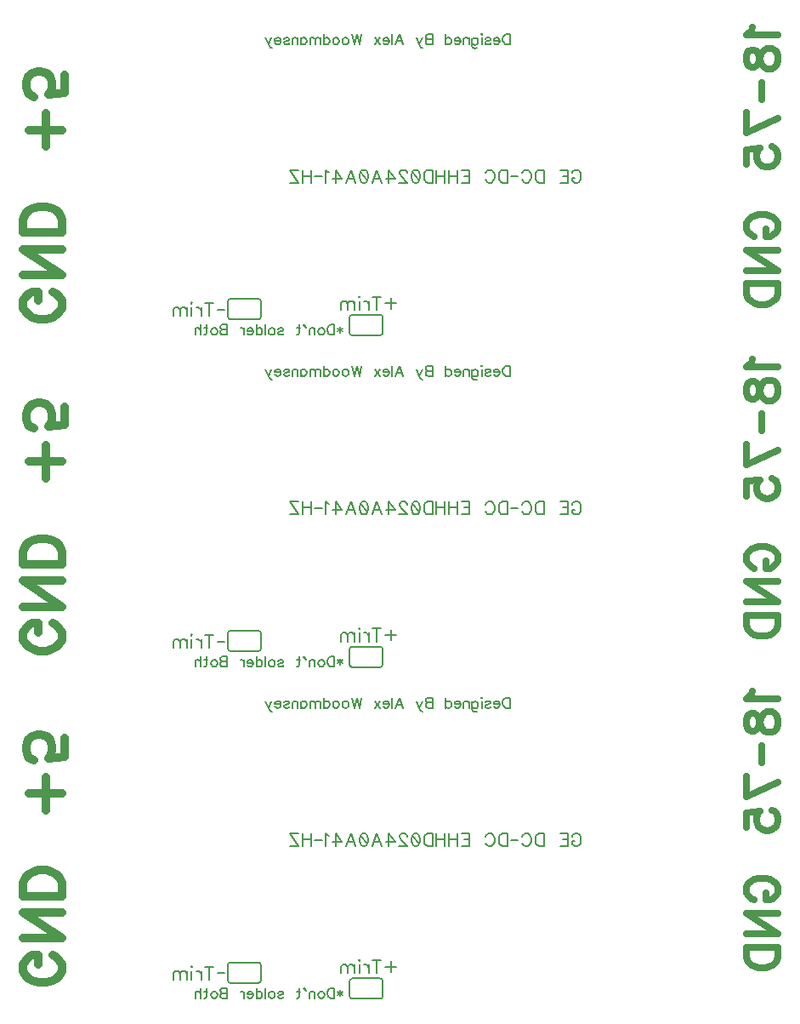
<source format=gbo>
G04 DipTrace 3.2.0.1*
G04 BottomSilk.GBO*
%MOIN*%
G04 #@! TF.FileFunction,Legend,Bot*
G04 #@! TF.Part,Single*
%ADD24C,0.006*%
%ADD57C,0.00772*%
%ADD58C,0.006176*%
%ADD59C,0.032808*%
%ADD60C,0.026247*%
%FSLAX26Y26*%
G04*
G70*
G90*
G75*
G01*
G04 BotSilk*
%LPD*%
X1501243Y183749D2*
D24*
X1391237D1*
X1501243Y103749D2*
G03X1511240Y113749I5J9992D01*
G01*
X1381240D2*
G03X1391237Y103749I9992J-8D01*
G01*
X1381240Y173749D2*
G02X1391237Y183749I9992J8D01*
G01*
X1501243D2*
G02X1511240Y173749I5J-9992D01*
G01*
Y113749D1*
X1381240Y173749D2*
Y113749D1*
X1391237Y103749D2*
X1501243D1*
X1868737Y41251D2*
X1978743D1*
X1868737Y121251D2*
G03X1858740Y111251I-5J-9992D01*
G01*
X1988740D2*
G03X1978743Y121251I-9992J8D01*
G01*
X1988740Y51251D2*
G02X1978743Y41251I-9992J-8D01*
G01*
X1868737D2*
G02X1858740Y51251I-5J9992D01*
G01*
Y111251D1*
X1988740Y51251D2*
Y111251D1*
X1978743Y121251D2*
X1868737D1*
X2730353Y677354D2*
D57*
X2732730Y682107D1*
X2737538Y686915D1*
X2742292Y689292D1*
X2751853D1*
X2756662Y686915D1*
X2761415Y682107D1*
X2763847Y677354D1*
X2766223Y670169D1*
Y658175D1*
X2763847Y651045D1*
X2761415Y646237D1*
X2756662Y641484D1*
X2751853Y639052D1*
X2742292D1*
X2737538Y641484D1*
X2732730Y646237D1*
X2730353Y651045D1*
Y658175D1*
X2742292D1*
X2683853Y689292D2*
X2714914D1*
Y639052D1*
X2683853D1*
X2714914Y665360D2*
X2695791D1*
X2619812Y689292D2*
Y639052D1*
X2603066D1*
X2595881Y641484D1*
X2591072Y646237D1*
X2588696Y651045D1*
X2586319Y658175D1*
Y670169D1*
X2588696Y677354D1*
X2591072Y682107D1*
X2595881Y686915D1*
X2603066Y689292D1*
X2619812D1*
X2535010Y677354D2*
X2537387Y682107D1*
X2542195Y686915D1*
X2546948Y689292D1*
X2556510D1*
X2561318Y686915D1*
X2566071Y682107D1*
X2568503Y677354D1*
X2570880Y670169D1*
Y658175D1*
X2568503Y651045D1*
X2566071Y646237D1*
X2561318Y641484D1*
X2556510Y639052D1*
X2546948D1*
X2542195Y641484D1*
X2537387Y646237D1*
X2535010Y651045D1*
X2519571Y664144D2*
X2491936D1*
X2476497Y689292D2*
Y639052D1*
X2459750D1*
X2452565Y641484D1*
X2447757Y646237D1*
X2445380Y651045D1*
X2443003Y658175D1*
Y670169D1*
X2445380Y677354D1*
X2447757Y682107D1*
X2452565Y686915D1*
X2459750Y689292D1*
X2476497D1*
X2391694Y677354D2*
X2394071Y682107D1*
X2398879Y686915D1*
X2403632Y689292D1*
X2413194D1*
X2418003Y686915D1*
X2422756Y682107D1*
X2425188Y677354D1*
X2427564Y670169D1*
Y658175D1*
X2425188Y651045D1*
X2422756Y646237D1*
X2418003Y641484D1*
X2413194Y639052D1*
X2403632D1*
X2398879Y641484D1*
X2394071Y646237D1*
X2391694Y651045D1*
X2296593Y689292D2*
X2327654D1*
Y639052D1*
X2296593D1*
X2327654Y665360D2*
X2308531D1*
X2281153Y689292D2*
Y639052D1*
X2247660Y689292D2*
Y639052D1*
X2281153Y665360D2*
X2247660D1*
X2232221Y689292D2*
Y639052D1*
X2198727Y689292D2*
Y639052D1*
X2232221Y665360D2*
X2198727D1*
X2183288Y689292D2*
Y639052D1*
X2166541D1*
X2159356Y641484D1*
X2154548Y646237D1*
X2152171Y651045D1*
X2149795Y658175D1*
Y670169D1*
X2152171Y677354D1*
X2154548Y682107D1*
X2159356Y686915D1*
X2166541Y689292D1*
X2183288D1*
X2119985Y689237D2*
X2127170Y686860D1*
X2131979Y679675D1*
X2134356Y667737D1*
Y660552D1*
X2131979Y648614D1*
X2127170Y641429D1*
X2119985Y639052D1*
X2115232D1*
X2108047Y641429D1*
X2103294Y648614D1*
X2100862Y660552D1*
Y667737D1*
X2103294Y679675D1*
X2108047Y686860D1*
X2115232Y689237D1*
X2119985D1*
X2103294Y679675D2*
X2131979Y648614D1*
X2082991Y677298D2*
Y679675D1*
X2080614Y684484D1*
X2078238Y686860D1*
X2073429Y689237D1*
X2063868D1*
X2059115Y686860D1*
X2056738Y684484D1*
X2054306Y679675D1*
Y674922D1*
X2056738Y670113D1*
X2061491Y662984D1*
X2085423Y639052D1*
X2051930D1*
X2012559D2*
Y689237D1*
X2036490Y655799D1*
X2000620D1*
X1946879Y639052D2*
X1966058Y689292D1*
X1985181Y639052D1*
X1977996Y655799D2*
X1954064D1*
X1917070Y689237D2*
X1924255Y686860D1*
X1929064Y679675D1*
X1931440Y667737D1*
Y660552D1*
X1929064Y648614D1*
X1924255Y641429D1*
X1917070Y639052D1*
X1912317D1*
X1905132Y641429D1*
X1900379Y648614D1*
X1897947Y660552D1*
Y667737D1*
X1900379Y679675D1*
X1905132Y686860D1*
X1912317Y689237D1*
X1917070D1*
X1900379Y679675D2*
X1929064Y648614D1*
X1844206Y639052D2*
X1863384Y689292D1*
X1882508Y639052D1*
X1875323Y655799D2*
X1851391D1*
X1804835Y639052D2*
Y689237D1*
X1828767Y655799D1*
X1792897D1*
X1777457Y679675D2*
X1772649Y682107D1*
X1765464Y689237D1*
Y639052D1*
X1750025Y664144D2*
X1722390D1*
X1706951Y689292D2*
Y639052D1*
X1673457Y689292D2*
Y639052D1*
X1706951Y665360D2*
X1673457D1*
X1658018Y689292D2*
X1624525D1*
X1658018Y639052D1*
X1624525D1*
X1368512Y141825D2*
X1340877D1*
X1308691Y166972D2*
Y116732D1*
X1325438Y166972D2*
X1291945D1*
X1276506Y150226D2*
Y116732D1*
Y135856D2*
X1274074Y143041D1*
X1269320Y147849D1*
X1264512Y150226D1*
X1257327D1*
X1241888Y166972D2*
X1239511Y164596D1*
X1237079Y166972D1*
X1239511Y169404D1*
X1241888Y166972D1*
X1239511Y150226D2*
Y116732D1*
X1221640Y150226D2*
Y116732D1*
Y140664D2*
X1214455Y147849D1*
X1209647Y150226D1*
X1202517D1*
X1197708Y147849D1*
X1195332Y140664D1*
Y116732D1*
Y140664D2*
X1188147Y147849D1*
X1183338Y150226D1*
X1176208D1*
X1171400Y147849D1*
X1168968Y140664D1*
Y116732D1*
X2019722Y188354D2*
Y145299D1*
X2041222Y166798D2*
X1998167D1*
X1965981Y191974D2*
Y141734D1*
X1982728Y191974D2*
X1949235D1*
X1933795Y175227D2*
Y141734D1*
Y160857D2*
X1931364Y168042D1*
X1926610Y172850D1*
X1921802Y175227D1*
X1914617D1*
X1899178Y191974D2*
X1896801Y189597D1*
X1894369Y191974D1*
X1896801Y194406D1*
X1899178Y191974D1*
X1896801Y175227D2*
Y141734D1*
X1878930Y175227D2*
Y141734D1*
Y165665D2*
X1871745Y172850D1*
X1866936Y175227D1*
X1859807D1*
X1854998Y172850D1*
X1852622Y165665D1*
Y141734D1*
Y165665D2*
X1845437Y172850D1*
X1840628Y175227D1*
X1833498D1*
X1828690Y172850D1*
X1826258Y165665D1*
Y141734D1*
X1821065Y74626D2*
D58*
Y51678D1*
X1830659Y68922D2*
X1811514Y57426D1*
Y68922D2*
X1830659Y57426D1*
X1799163Y83270D2*
Y43078D1*
X1785765D1*
X1780017Y45024D1*
X1776170Y48826D1*
X1774269Y52673D1*
X1772368Y58377D1*
Y67972D1*
X1774269Y73720D1*
X1776170Y77522D1*
X1780017Y81369D1*
X1785765Y83270D1*
X1799163D1*
X1750466Y69873D2*
X1754268Y67972D1*
X1758115Y64125D1*
X1760016Y58377D1*
Y54574D1*
X1758115Y48826D1*
X1754268Y45024D1*
X1750466Y43078D1*
X1744718D1*
X1740871Y45024D1*
X1737069Y48826D1*
X1735123Y54574D1*
Y58377D1*
X1737069Y64125D1*
X1740871Y67972D1*
X1744718Y69873D1*
X1750466D1*
X1722772D2*
Y43078D1*
Y62224D2*
X1717024Y67972D1*
X1713177Y69873D1*
X1707473D1*
X1703626Y67972D1*
X1701725Y62224D1*
Y43078D1*
X1679779Y83226D2*
X1689374Y71730D1*
X1677878Y81325D1*
X1679779Y83226D1*
X1659778Y83270D2*
Y50728D1*
X1657877Y45024D1*
X1654030Y43078D1*
X1650228D1*
X1665526Y69873D2*
X1652129D1*
X1577949Y64125D2*
X1579850Y67972D1*
X1585598Y69873D1*
X1591346D1*
X1597094Y67972D1*
X1598995Y64125D1*
X1597094Y60322D1*
X1593247Y58377D1*
X1583697Y56476D1*
X1579850Y54574D1*
X1577949Y50728D1*
Y48826D1*
X1579850Y45024D1*
X1585598Y43078D1*
X1591346D1*
X1597094Y45024D1*
X1598995Y48826D1*
X1556047Y69873D2*
X1559849Y67972D1*
X1563696Y64125D1*
X1565597Y58377D1*
Y54574D1*
X1563696Y48826D1*
X1559849Y45024D1*
X1556047Y43078D1*
X1550299D1*
X1546452Y45024D1*
X1542649Y48826D1*
X1540704Y54574D1*
Y58377D1*
X1542649Y64125D1*
X1546452Y67972D1*
X1550299Y69873D1*
X1556047D1*
X1528353Y83270D2*
Y43078D1*
X1493053Y83270D2*
Y43078D1*
Y64125D2*
X1496856Y67972D1*
X1500703Y69873D1*
X1506451D1*
X1510253Y67972D1*
X1514100Y64125D1*
X1516001Y58377D1*
Y54574D1*
X1514100Y48826D1*
X1510253Y45024D1*
X1506451Y43078D1*
X1500703D1*
X1496856Y45024D1*
X1493053Y48826D1*
X1480702Y58377D2*
X1457754D1*
Y62224D1*
X1459655Y66070D1*
X1461557Y67972D1*
X1465403Y69873D1*
X1471151D1*
X1474954Y67972D1*
X1478801Y64125D1*
X1480702Y58377D1*
Y54574D1*
X1478801Y48826D1*
X1474954Y45024D1*
X1471151Y43078D1*
X1465403D1*
X1461557Y45024D1*
X1457754Y48826D1*
X1445403Y69873D2*
Y43078D1*
Y58377D2*
X1443457Y64125D1*
X1439655Y67972D1*
X1435808Y69873D1*
X1430060D1*
X1378828Y83270D2*
Y43078D1*
X1361583D1*
X1355835Y45024D1*
X1353934Y46925D1*
X1352033Y50728D1*
Y56476D1*
X1353934Y60322D1*
X1355835Y62224D1*
X1361583Y64125D1*
X1355835Y66070D1*
X1353934Y67972D1*
X1352033Y71774D1*
Y75621D1*
X1353934Y79424D1*
X1355835Y81369D1*
X1361583Y83270D1*
X1378828D1*
Y64125D2*
X1361583D1*
X1330131Y69873D2*
X1333933Y67972D1*
X1337780Y64125D1*
X1339682Y58377D1*
Y54574D1*
X1337780Y48826D1*
X1333933Y45024D1*
X1330131Y43078D1*
X1324383D1*
X1320536Y45024D1*
X1316734Y48826D1*
X1314788Y54574D1*
Y58377D1*
X1316734Y64125D1*
X1320536Y67972D1*
X1324383Y69873D1*
X1330131D1*
X1296689Y83270D2*
Y50728D1*
X1294787Y45024D1*
X1290941Y43078D1*
X1287138D1*
X1302437Y69873D2*
X1289039D1*
X1274787Y83270D2*
Y43078D1*
Y62224D2*
X1269039Y67972D1*
X1265192Y69873D1*
X1259444D1*
X1255641Y67972D1*
X1253740Y62224D1*
Y43078D1*
X731424Y845209D2*
D59*
X602259D1*
X666759Y780709D2*
Y909874D1*
X742119Y1061546D2*
Y989916D1*
X677619Y982787D1*
X684749Y989916D1*
X692045Y1011471D1*
Y1032861D1*
X684749Y1054416D1*
X670490Y1068841D1*
X648934Y1075971D1*
X634675D1*
X613120Y1068841D1*
X598694Y1054416D1*
X591565Y1032861D1*
Y1011472D1*
X598694Y989916D1*
X605990Y982787D1*
X620250Y975491D1*
X693970Y212527D2*
X708230Y205397D1*
X722655Y190972D1*
X729785Y176712D1*
Y148027D1*
X722655Y133602D1*
X708230Y119342D1*
X693970Y112047D1*
X672415Y104917D1*
X636434D1*
X615045Y112047D1*
X600620Y119342D1*
X586360Y133602D1*
X579065Y148027D1*
Y176712D1*
X586360Y190972D1*
X600620Y205397D1*
X615045Y212527D1*
X636434D1*
Y176712D1*
X729785Y378624D2*
X579065D1*
X729785Y278144D1*
X579065D1*
X729785Y444240D2*
X579065D1*
Y494480D1*
X586360Y516035D1*
X600620Y530461D1*
X615045Y537591D1*
X636434Y544720D1*
X672415D1*
X693970Y537591D1*
X708230Y530461D1*
X722655Y516035D1*
X729785Y494480D1*
Y444240D1*
X3438832Y1246230D2*
D60*
X3432996Y1234689D1*
X3415884Y1217445D1*
X3536328D1*
X3415884Y1136300D2*
X3421588Y1153411D1*
X3432996Y1159248D1*
X3444536D1*
X3455944Y1153411D1*
X3461780Y1142004D1*
X3467484Y1119056D1*
X3473188Y1101812D1*
X3484728Y1090404D1*
X3496136Y1084700D1*
X3513380D1*
X3524787Y1090404D1*
X3530624Y1096108D1*
X3536328Y1113352D1*
Y1136300D1*
X3530624Y1153411D1*
X3524787Y1159248D1*
X3513380Y1164952D1*
X3496136D1*
X3484728Y1159248D1*
X3473188Y1147708D1*
X3467484Y1130596D1*
X3461780Y1107648D1*
X3455944Y1096108D1*
X3444536Y1090404D1*
X3432996D1*
X3421588Y1096108D1*
X3415884Y1113352D1*
Y1136300D1*
X3476106Y1032207D2*
Y965884D1*
X3536328Y890442D2*
X3415884Y833006D1*
Y913390D1*
Y711669D2*
Y768972D1*
X3467484Y774676D1*
X3461780Y768972D1*
X3455944Y751728D1*
Y734617D1*
X3461780Y717373D1*
X3473188Y705833D1*
X3490432Y700129D1*
X3501839D1*
X3519084Y705833D1*
X3530624Y717373D1*
X3536328Y734617D1*
Y751728D1*
X3530624Y768972D1*
X3524787Y774676D1*
X3513380Y780513D1*
X3444403Y428141D2*
X3432996Y433845D1*
X3421455Y445385D1*
X3415752Y456792D1*
Y479740D1*
X3421455Y491281D1*
X3432996Y502688D1*
X3444403Y508525D1*
X3461647Y514229D1*
X3490432D1*
X3507543Y508525D1*
X3519084Y502688D1*
X3530491Y491281D1*
X3536328Y479740D1*
Y456792D1*
X3530491Y445385D1*
X3519084Y433845D1*
X3507543Y428141D1*
X3490432D1*
Y456792D1*
X3415752Y295263D2*
X3536328D1*
X3415752Y375647D1*
X3536328D1*
X3415752Y242770D2*
X3536328D1*
Y202578D1*
X3530491Y185334D1*
X3519084Y173794D1*
X3507543Y168090D1*
X3490432Y162386D1*
X3461647D1*
X3444403Y168090D1*
X3432996Y173794D1*
X3421455Y185334D1*
X3415752Y202578D1*
Y242770D1*
X2486360Y1220772D2*
D58*
Y1180580D1*
X2472963D1*
X2467215Y1182525D1*
X2463368Y1186328D1*
X2461467Y1190174D1*
X2459566Y1195878D1*
Y1205473D1*
X2461467Y1211221D1*
X2463368Y1215024D1*
X2467215Y1218870D1*
X2472963Y1220772D1*
X2486360D1*
X2447214Y1195878D2*
X2424266D1*
Y1199725D1*
X2426168Y1203572D1*
X2428069Y1205473D1*
X2431916Y1207374D1*
X2437664D1*
X2441466Y1205473D1*
X2445313Y1201626D1*
X2447214Y1195878D1*
Y1192076D1*
X2445313Y1186328D1*
X2441466Y1182525D1*
X2437664Y1180580D1*
X2431916D1*
X2428069Y1182525D1*
X2424266Y1186328D1*
X2390868Y1201626D2*
X2392770Y1205473D1*
X2398518Y1207374D1*
X2404266D1*
X2410014Y1205473D1*
X2411915Y1201626D1*
X2410014Y1197824D1*
X2406167Y1195878D1*
X2396616Y1193977D1*
X2392770Y1192076D1*
X2390868Y1188229D1*
Y1186328D1*
X2392770Y1182525D1*
X2398518Y1180580D1*
X2404266D1*
X2410014Y1182525D1*
X2411915Y1186328D1*
X2378517Y1220772D2*
X2376616Y1218870D1*
X2374670Y1220772D1*
X2376616Y1222717D1*
X2378517Y1220772D1*
X2376616Y1207374D2*
Y1180580D1*
X2339371Y1205473D2*
Y1174832D1*
X2341272Y1169128D1*
X2343173Y1167182D1*
X2347020Y1165281D1*
X2352768D1*
X2356571Y1167182D1*
X2339371Y1199725D2*
X2343173Y1203528D1*
X2347020Y1205473D1*
X2352768D1*
X2356571Y1203528D1*
X2360418Y1199725D1*
X2362319Y1193977D1*
Y1190130D1*
X2360418Y1184426D1*
X2356571Y1180580D1*
X2352768Y1178678D1*
X2347020D1*
X2343173Y1180580D1*
X2339371Y1184426D1*
X2327019Y1207374D2*
Y1180580D1*
Y1199725D2*
X2321271Y1205473D1*
X2317425Y1207374D1*
X2311721D1*
X2307874Y1205473D1*
X2305973Y1199725D1*
Y1180580D1*
X2293621Y1195878D2*
X2270674D1*
Y1199725D1*
X2272575Y1203572D1*
X2274476Y1205473D1*
X2278323Y1207374D1*
X2284071D1*
X2287873Y1205473D1*
X2291720Y1201626D1*
X2293621Y1195878D1*
Y1192076D1*
X2291720Y1186328D1*
X2287873Y1182525D1*
X2284071Y1180580D1*
X2278323D1*
X2274476Y1182525D1*
X2270674Y1186328D1*
X2235374Y1220772D2*
Y1180580D1*
Y1201626D2*
X2239177Y1205473D1*
X2243024Y1207374D1*
X2248772D1*
X2252574Y1205473D1*
X2256421Y1201626D1*
X2258322Y1195878D1*
Y1192076D1*
X2256421Y1186328D1*
X2252574Y1182525D1*
X2248772Y1180580D1*
X2243024D1*
X2239177Y1182525D1*
X2235374Y1186328D1*
X2184142Y1220772D2*
Y1180580D1*
X2166898D1*
X2161150Y1182525D1*
X2159249Y1184426D1*
X2157347Y1188229D1*
Y1193977D1*
X2159249Y1197824D1*
X2161150Y1199725D1*
X2166898Y1201626D1*
X2161150Y1203572D1*
X2159249Y1205473D1*
X2157347Y1209276D1*
Y1213122D1*
X2159249Y1216925D1*
X2161150Y1218870D1*
X2166898Y1220772D1*
X2184142D1*
Y1201626D2*
X2166898D1*
X2143051Y1207374D2*
X2131599Y1180580D1*
X2135401Y1172930D1*
X2139248Y1169084D1*
X2143051Y1167182D1*
X2144996D1*
X2120103Y1207374D2*
X2131599Y1180580D1*
X2038229D2*
X2053572Y1220772D1*
X2068870Y1180580D1*
X2063122Y1193977D2*
X2043977D1*
X2025878Y1220772D2*
Y1180580D1*
X2013526Y1195878D2*
X1990578D1*
Y1199725D1*
X1992480Y1203572D1*
X1994381Y1205473D1*
X1998228Y1207374D1*
X2003976D1*
X2007778Y1205473D1*
X2011625Y1201626D1*
X2013526Y1195878D1*
Y1192076D1*
X2011625Y1186328D1*
X2007778Y1182525D1*
X2003976Y1180580D1*
X1998228D1*
X1994381Y1182525D1*
X1990578Y1186328D1*
X1978227Y1207374D2*
X1957180Y1180580D1*
Y1207374D2*
X1978227Y1180580D1*
X1905948Y1220772D2*
X1896353Y1180580D1*
X1886803Y1220772D1*
X1877252Y1180580D1*
X1867657Y1220772D1*
X1845755Y1207374D2*
X1849558Y1205473D1*
X1853405Y1201626D1*
X1855306Y1195878D1*
Y1192076D1*
X1853405Y1186328D1*
X1849558Y1182525D1*
X1845755Y1180580D1*
X1840007D1*
X1836161Y1182525D1*
X1832358Y1186328D1*
X1830413Y1192076D1*
Y1195878D1*
X1832358Y1201626D1*
X1836161Y1205473D1*
X1840007Y1207374D1*
X1845755D1*
X1808511D2*
X1812313Y1205473D1*
X1816160Y1201626D1*
X1818061Y1195878D1*
Y1192076D1*
X1816160Y1186328D1*
X1812313Y1182525D1*
X1808511Y1180580D1*
X1802763D1*
X1798916Y1182525D1*
X1795113Y1186328D1*
X1793168Y1192076D1*
Y1195878D1*
X1795113Y1201626D1*
X1798916Y1205473D1*
X1802763Y1207374D1*
X1808511D1*
X1757868Y1220772D2*
Y1180580D1*
Y1201626D2*
X1761671Y1205473D1*
X1765518Y1207374D1*
X1771266D1*
X1775068Y1205473D1*
X1778915Y1201626D1*
X1780816Y1195878D1*
Y1192076D1*
X1778915Y1186328D1*
X1775068Y1182525D1*
X1771266Y1180580D1*
X1765518D1*
X1761671Y1182525D1*
X1757868Y1186328D1*
X1745517Y1207374D2*
Y1180580D1*
Y1199725D2*
X1739769Y1205473D1*
X1735922Y1207374D1*
X1730218D1*
X1726372Y1205473D1*
X1724470Y1199725D1*
Y1180580D1*
Y1199725D2*
X1718722Y1205473D1*
X1714876Y1207374D1*
X1709172D1*
X1705325Y1205473D1*
X1703380Y1199725D1*
Y1180580D1*
X1668080Y1207374D2*
Y1180580D1*
Y1201626D2*
X1671883Y1205473D1*
X1675730Y1207374D1*
X1681433D1*
X1685280Y1205473D1*
X1689083Y1201626D1*
X1691028Y1195878D1*
Y1192076D1*
X1689083Y1186328D1*
X1685280Y1182525D1*
X1681433Y1180580D1*
X1675730D1*
X1671883Y1182525D1*
X1668080Y1186328D1*
X1655729Y1207374D2*
Y1180580D1*
Y1199725D2*
X1649981Y1205473D1*
X1646134Y1207374D1*
X1640430D1*
X1636583Y1205473D1*
X1634682Y1199725D1*
Y1180580D1*
X1601284Y1201626D2*
X1603185Y1205473D1*
X1608933Y1207374D1*
X1614682D1*
X1620430Y1205473D1*
X1622331Y1201626D1*
X1620430Y1197824D1*
X1616583Y1195878D1*
X1607032Y1193977D1*
X1603185Y1192076D1*
X1601284Y1188229D1*
Y1186328D1*
X1603185Y1182525D1*
X1608933Y1180580D1*
X1614682D1*
X1620430Y1182525D1*
X1622331Y1186328D1*
X1588933Y1195878D2*
X1565985D1*
Y1199725D1*
X1567886Y1203572D1*
X1569787Y1205473D1*
X1573634Y1207374D1*
X1579382D1*
X1583185Y1205473D1*
X1587032Y1201626D1*
X1588933Y1195878D1*
Y1192076D1*
X1587032Y1186328D1*
X1583185Y1182525D1*
X1579382Y1180580D1*
X1573634D1*
X1569787Y1182525D1*
X1565985Y1186328D1*
X1551688Y1207374D2*
X1540236Y1180580D1*
X1544039Y1172930D1*
X1547885Y1169084D1*
X1551688Y1167182D1*
X1553633D1*
X1528740Y1207374D2*
X1540236Y1180580D1*
X1501243Y1482962D2*
D24*
X1391237D1*
X1501243Y1402962D2*
G03X1511240Y1412962I5J9992D01*
G01*
X1381240D2*
G03X1391237Y1402962I9992J-8D01*
G01*
X1381240Y1472962D2*
G02X1391237Y1482962I9992J8D01*
G01*
X1501243D2*
G02X1511240Y1472962I5J-9992D01*
G01*
Y1412962D1*
X1381240Y1472962D2*
Y1412962D1*
X1391237Y1402962D2*
X1501243D1*
X1868737Y1340463D2*
X1978743D1*
X1868737Y1420463D2*
G03X1858740Y1410463I-5J-9992D01*
G01*
X1988740D2*
G03X1978743Y1420463I-9992J8D01*
G01*
X1988740Y1350463D2*
G02X1978743Y1340463I-9992J-8D01*
G01*
X1868737D2*
G02X1858740Y1350463I-5J9992D01*
G01*
Y1410463D1*
X1988740Y1350463D2*
Y1410463D1*
X1978743Y1420463D2*
X1868737D1*
X2730353Y1976566D2*
D57*
X2732730Y1981320D1*
X2737538Y1986128D1*
X2742292Y1988505D1*
X2751853D1*
X2756662Y1986128D1*
X2761415Y1981320D1*
X2763847Y1976566D1*
X2766223Y1969381D1*
Y1957388D1*
X2763847Y1950258D1*
X2761415Y1945450D1*
X2756662Y1940696D1*
X2751853Y1938265D1*
X2742292D1*
X2737538Y1940696D1*
X2732730Y1945450D1*
X2730353Y1950258D1*
Y1957388D1*
X2742292D1*
X2683853Y1988505D2*
X2714914D1*
Y1938265D1*
X2683853D1*
X2714914Y1964573D2*
X2695791D1*
X2619812Y1988505D2*
Y1938265D1*
X2603066D1*
X2595881Y1940696D1*
X2591072Y1945450D1*
X2588696Y1950258D1*
X2586319Y1957388D1*
Y1969381D1*
X2588696Y1976566D1*
X2591072Y1981320D1*
X2595881Y1986128D1*
X2603066Y1988505D1*
X2619812D1*
X2535010Y1976566D2*
X2537387Y1981320D1*
X2542195Y1986128D1*
X2546948Y1988505D1*
X2556510D1*
X2561318Y1986128D1*
X2566071Y1981320D1*
X2568503Y1976566D1*
X2570880Y1969381D1*
Y1957388D1*
X2568503Y1950258D1*
X2566071Y1945450D1*
X2561318Y1940696D1*
X2556510Y1938265D1*
X2546948D1*
X2542195Y1940696D1*
X2537387Y1945450D1*
X2535010Y1950258D1*
X2519571Y1963357D2*
X2491936D1*
X2476497Y1988505D2*
Y1938265D1*
X2459750D1*
X2452565Y1940696D1*
X2447757Y1945450D1*
X2445380Y1950258D1*
X2443003Y1957388D1*
Y1969381D1*
X2445380Y1976566D1*
X2447757Y1981320D1*
X2452565Y1986128D1*
X2459750Y1988505D1*
X2476497D1*
X2391694Y1976566D2*
X2394071Y1981320D1*
X2398879Y1986128D1*
X2403632Y1988505D1*
X2413194D1*
X2418003Y1986128D1*
X2422756Y1981320D1*
X2425188Y1976566D1*
X2427564Y1969381D1*
Y1957388D1*
X2425188Y1950258D1*
X2422756Y1945450D1*
X2418003Y1940696D1*
X2413194Y1938265D1*
X2403632D1*
X2398879Y1940696D1*
X2394071Y1945450D1*
X2391694Y1950258D1*
X2296593Y1988505D2*
X2327654D1*
Y1938265D1*
X2296593D1*
X2327654Y1964573D2*
X2308531D1*
X2281153Y1988505D2*
Y1938265D1*
X2247660Y1988505D2*
Y1938265D1*
X2281153Y1964573D2*
X2247660D1*
X2232221Y1988505D2*
Y1938265D1*
X2198727Y1988505D2*
Y1938265D1*
X2232221Y1964573D2*
X2198727D1*
X2183288Y1988505D2*
Y1938265D1*
X2166541D1*
X2159356Y1940696D1*
X2154548Y1945450D1*
X2152171Y1950258D1*
X2149795Y1957388D1*
Y1969381D1*
X2152171Y1976566D1*
X2154548Y1981320D1*
X2159356Y1986128D1*
X2166541Y1988505D1*
X2183288D1*
X2119985Y1988449D2*
X2127170Y1986073D1*
X2131979Y1978888D1*
X2134356Y1966949D1*
Y1959764D1*
X2131979Y1947826D1*
X2127170Y1940641D1*
X2119985Y1938265D1*
X2115232D1*
X2108047Y1940641D1*
X2103294Y1947826D1*
X2100862Y1959764D1*
Y1966949D1*
X2103294Y1978888D1*
X2108047Y1986073D1*
X2115232Y1988449D1*
X2119985D1*
X2103294Y1978888D2*
X2131979Y1947826D1*
X2082991Y1976511D2*
Y1978888D1*
X2080614Y1983696D1*
X2078238Y1986073D1*
X2073429Y1988449D1*
X2063868D1*
X2059115Y1986073D1*
X2056738Y1983696D1*
X2054306Y1978888D1*
Y1974134D1*
X2056738Y1969326D1*
X2061491Y1962196D1*
X2085423Y1938265D1*
X2051930D1*
X2012559D2*
Y1988449D1*
X2036490Y1955011D1*
X2000620D1*
X1946879Y1938265D2*
X1966058Y1988505D1*
X1985181Y1938265D1*
X1977996Y1955011D2*
X1954064D1*
X1917070Y1988449D2*
X1924255Y1986073D1*
X1929064Y1978888D1*
X1931440Y1966949D1*
Y1959764D1*
X1929064Y1947826D1*
X1924255Y1940641D1*
X1917070Y1938265D1*
X1912317D1*
X1905132Y1940641D1*
X1900379Y1947826D1*
X1897947Y1959764D1*
Y1966949D1*
X1900379Y1978888D1*
X1905132Y1986073D1*
X1912317Y1988449D1*
X1917070D1*
X1900379Y1978888D2*
X1929064Y1947826D1*
X1844206Y1938265D2*
X1863384Y1988505D1*
X1882508Y1938265D1*
X1875323Y1955011D2*
X1851391D1*
X1804835Y1938265D2*
Y1988449D1*
X1828767Y1955011D1*
X1792897D1*
X1777457Y1978888D2*
X1772649Y1981320D1*
X1765464Y1988449D1*
Y1938265D1*
X1750025Y1963357D2*
X1722390D1*
X1706951Y1988505D2*
Y1938265D1*
X1673457Y1988505D2*
Y1938265D1*
X1706951Y1964573D2*
X1673457D1*
X1658018Y1988505D2*
X1624525D1*
X1658018Y1938265D1*
X1624525D1*
X1368512Y1441037D2*
X1340877D1*
X1308691Y1466185D2*
Y1415945D1*
X1325438Y1466185D2*
X1291945D1*
X1276506Y1449438D2*
Y1415945D1*
Y1435068D2*
X1274074Y1442253D1*
X1269320Y1447062D1*
X1264512Y1449438D1*
X1257327D1*
X1241888Y1466185D2*
X1239511Y1463808D1*
X1237079Y1466185D1*
X1239511Y1468617D1*
X1241888Y1466185D1*
X1239511Y1449438D2*
Y1415945D1*
X1221640Y1449438D2*
Y1415945D1*
Y1439877D2*
X1214455Y1447062D1*
X1209647Y1449438D1*
X1202517D1*
X1197708Y1447062D1*
X1195332Y1439877D1*
Y1415945D1*
Y1439877D2*
X1188147Y1447062D1*
X1183338Y1449438D1*
X1176208D1*
X1171400Y1447062D1*
X1168968Y1439877D1*
Y1415945D1*
X2019722Y1487566D2*
Y1444511D1*
X2041222Y1466011D2*
X1998167D1*
X1965981Y1491186D2*
Y1440946D1*
X1982728Y1491186D2*
X1949235D1*
X1933795Y1474440D2*
Y1440946D1*
Y1460070D2*
X1931364Y1467255D1*
X1926610Y1472063D1*
X1921802Y1474440D1*
X1914617D1*
X1899178Y1491186D2*
X1896801Y1488810D1*
X1894369Y1491186D1*
X1896801Y1493618D1*
X1899178Y1491186D1*
X1896801Y1474440D2*
Y1440946D1*
X1878930Y1474440D2*
Y1440946D1*
Y1464878D2*
X1871745Y1472063D1*
X1866936Y1474440D1*
X1859807D1*
X1854998Y1472063D1*
X1852622Y1464878D1*
Y1440946D1*
Y1464878D2*
X1845437Y1472063D1*
X1840628Y1474440D1*
X1833498D1*
X1828690Y1472063D1*
X1826258Y1464878D1*
Y1440946D1*
X1821065Y1373839D2*
D58*
Y1350891D1*
X1830659Y1368135D2*
X1811514Y1356639D1*
Y1368135D2*
X1830659Y1356639D1*
X1799163Y1382483D2*
Y1342291D1*
X1785765D1*
X1780017Y1344236D1*
X1776170Y1348039D1*
X1774269Y1351886D1*
X1772368Y1357590D1*
Y1367184D1*
X1774269Y1372932D1*
X1776170Y1376735D1*
X1780017Y1380582D1*
X1785765Y1382483D1*
X1799163D1*
X1750466Y1369086D2*
X1754268Y1367184D1*
X1758115Y1363338D1*
X1760016Y1357590D1*
Y1353787D1*
X1758115Y1348039D1*
X1754268Y1344236D1*
X1750466Y1342291D1*
X1744718D1*
X1740871Y1344236D1*
X1737069Y1348039D1*
X1735123Y1353787D1*
Y1357590D1*
X1737069Y1363338D1*
X1740871Y1367184D1*
X1744718Y1369086D1*
X1750466D1*
X1722772D2*
Y1342291D1*
Y1361436D2*
X1717024Y1367184D1*
X1713177Y1369086D1*
X1707473D1*
X1703626Y1367184D1*
X1701725Y1361436D1*
Y1342291D1*
X1679779Y1382439D2*
X1689374Y1370943D1*
X1677878Y1380537D1*
X1679779Y1382439D1*
X1659778Y1382483D2*
Y1349940D1*
X1657877Y1344236D1*
X1654030Y1342291D1*
X1650228D1*
X1665526Y1369086D2*
X1652129D1*
X1577949Y1363338D2*
X1579850Y1367184D1*
X1585598Y1369086D1*
X1591346D1*
X1597094Y1367184D1*
X1598995Y1363338D1*
X1597094Y1359535D1*
X1593247Y1357590D1*
X1583697Y1355688D1*
X1579850Y1353787D1*
X1577949Y1349940D1*
Y1348039D1*
X1579850Y1344236D1*
X1585598Y1342291D1*
X1591346D1*
X1597094Y1344236D1*
X1598995Y1348039D1*
X1556047Y1369086D2*
X1559849Y1367184D1*
X1563696Y1363338D1*
X1565597Y1357590D1*
Y1353787D1*
X1563696Y1348039D1*
X1559849Y1344236D1*
X1556047Y1342291D1*
X1550299D1*
X1546452Y1344236D1*
X1542649Y1348039D1*
X1540704Y1353787D1*
Y1357590D1*
X1542649Y1363338D1*
X1546452Y1367184D1*
X1550299Y1369086D1*
X1556047D1*
X1528353Y1382483D2*
Y1342291D1*
X1493053Y1382483D2*
Y1342291D1*
Y1363338D2*
X1496856Y1367184D1*
X1500703Y1369086D1*
X1506451D1*
X1510253Y1367184D1*
X1514100Y1363338D1*
X1516001Y1357590D1*
Y1353787D1*
X1514100Y1348039D1*
X1510253Y1344236D1*
X1506451Y1342291D1*
X1500703D1*
X1496856Y1344236D1*
X1493053Y1348039D1*
X1480702Y1357590D2*
X1457754D1*
Y1361436D1*
X1459655Y1365283D1*
X1461557Y1367184D1*
X1465403Y1369086D1*
X1471151D1*
X1474954Y1367184D1*
X1478801Y1363338D1*
X1480702Y1357590D1*
Y1353787D1*
X1478801Y1348039D1*
X1474954Y1344236D1*
X1471151Y1342291D1*
X1465403D1*
X1461557Y1344236D1*
X1457754Y1348039D1*
X1445403Y1369086D2*
Y1342291D1*
Y1357590D2*
X1443457Y1363338D1*
X1439655Y1367184D1*
X1435808Y1369086D1*
X1430060D1*
X1378828Y1382483D2*
Y1342291D1*
X1361583D1*
X1355835Y1344236D1*
X1353934Y1346138D1*
X1352033Y1349940D1*
Y1355688D1*
X1353934Y1359535D1*
X1355835Y1361436D1*
X1361583Y1363338D1*
X1355835Y1365283D1*
X1353934Y1367184D1*
X1352033Y1370987D1*
Y1374834D1*
X1353934Y1378636D1*
X1355835Y1380582D1*
X1361583Y1382483D1*
X1378828D1*
Y1363338D2*
X1361583D1*
X1330131Y1369086D2*
X1333933Y1367184D1*
X1337780Y1363338D1*
X1339682Y1357590D1*
Y1353787D1*
X1337780Y1348039D1*
X1333933Y1344236D1*
X1330131Y1342291D1*
X1324383D1*
X1320536Y1344236D1*
X1316734Y1348039D1*
X1314788Y1353787D1*
Y1357590D1*
X1316734Y1363338D1*
X1320536Y1367184D1*
X1324383Y1369086D1*
X1330131D1*
X1296689Y1382483D2*
Y1349940D1*
X1294787Y1344236D1*
X1290941Y1342291D1*
X1287138D1*
X1302437Y1369086D2*
X1289039D1*
X1274787Y1382483D2*
Y1342291D1*
Y1361436D2*
X1269039Y1367184D1*
X1265192Y1369086D1*
X1259444D1*
X1255641Y1367184D1*
X1253740Y1361436D1*
Y1342291D1*
X731424Y2144422D2*
D59*
X602259D1*
X666759Y2079922D2*
Y2209087D1*
X742119Y2360758D2*
Y2289129D1*
X677619Y2281999D1*
X684749Y2289129D1*
X692045Y2310684D1*
Y2332073D1*
X684749Y2353628D1*
X670490Y2368054D1*
X648934Y2375184D1*
X634675D1*
X613120Y2368054D1*
X598694Y2353628D1*
X591565Y2332073D1*
Y2310684D1*
X598694Y2289129D1*
X605990Y2281999D1*
X620250Y2274704D1*
X693970Y1511739D2*
X708230Y1504610D1*
X722655Y1490184D1*
X729785Y1475925D1*
Y1447240D1*
X722655Y1432815D1*
X708230Y1418555D1*
X693970Y1411259D1*
X672415Y1404130D1*
X636434D1*
X615045Y1411259D1*
X600620Y1418555D1*
X586360Y1432815D1*
X579065Y1447240D1*
Y1475925D1*
X586360Y1490184D1*
X600620Y1504610D1*
X615045Y1511739D1*
X636434D1*
Y1475925D1*
X729785Y1677836D2*
X579065D1*
X729785Y1577356D1*
X579065D1*
X729785Y1743453D2*
X579065D1*
Y1793693D1*
X586360Y1815248D1*
X600620Y1829673D1*
X615045Y1836803D1*
X636434Y1843933D1*
X672415D1*
X693970Y1836803D1*
X708230Y1829673D1*
X722655Y1815248D1*
X729785Y1793693D1*
Y1743453D1*
X3438832Y2545442D2*
D60*
X3432996Y2533902D1*
X3415884Y2516658D1*
X3536328D1*
X3415884Y2435513D2*
X3421588Y2452624D1*
X3432996Y2458461D1*
X3444536D1*
X3455944Y2452624D1*
X3461780Y2441216D1*
X3467484Y2418269D1*
X3473188Y2401024D1*
X3484728Y2389617D1*
X3496136Y2383913D1*
X3513380D1*
X3524787Y2389617D1*
X3530624Y2395321D1*
X3536328Y2412565D1*
Y2435513D1*
X3530624Y2452624D1*
X3524787Y2458461D1*
X3513380Y2464164D1*
X3496136D1*
X3484728Y2458461D1*
X3473188Y2446920D1*
X3467484Y2429809D1*
X3461780Y2406861D1*
X3455944Y2395321D1*
X3444536Y2389617D1*
X3432996D1*
X3421588Y2395321D1*
X3415884Y2412565D1*
Y2435513D1*
X3476106Y2331420D2*
Y2265096D1*
X3536328Y2189655D2*
X3415884Y2132219D1*
Y2212603D1*
Y2010882D2*
Y2068185D1*
X3467484Y2073889D1*
X3461780Y2068185D1*
X3455944Y2050941D1*
Y2033830D1*
X3461780Y2016585D1*
X3473188Y2005045D1*
X3490432Y1999341D1*
X3501839D1*
X3519084Y2005045D1*
X3530624Y2016585D1*
X3536328Y2033829D1*
Y2050941D1*
X3530624Y2068185D1*
X3524787Y2073889D1*
X3513380Y2079725D1*
X3444403Y1727353D2*
X3432996Y1733057D1*
X3421455Y1744597D1*
X3415752Y1756005D1*
Y1778953D1*
X3421455Y1790493D1*
X3432996Y1801901D1*
X3444403Y1807737D1*
X3461647Y1813441D1*
X3490432D1*
X3507543Y1807737D1*
X3519084Y1801901D1*
X3530491Y1790493D1*
X3536328Y1778953D1*
Y1756005D1*
X3530491Y1744597D1*
X3519084Y1733057D1*
X3507543Y1727353D1*
X3490432D1*
Y1756005D1*
X3415752Y1594476D2*
X3536328D1*
X3415752Y1674860D1*
X3536328D1*
X3415752Y1541983D2*
X3536328Y1541982D1*
Y1501791D1*
X3530491Y1484546D1*
X3519084Y1473006D1*
X3507543Y1467302D1*
X3490432Y1461599D1*
X3461647D1*
X3444403Y1467302D1*
X3432996Y1473006D1*
X3421455Y1484546D1*
X3415752Y1501791D1*
Y1541983D1*
X2486360Y2519984D2*
D58*
Y2479792D1*
X2472963D1*
X2467215Y2481738D1*
X2463368Y2485540D1*
X2461467Y2489387D1*
X2459566Y2495091D1*
Y2504686D1*
X2461467Y2510434D1*
X2463368Y2514236D1*
X2467215Y2518083D1*
X2472963Y2519984D1*
X2486360D1*
X2447214Y2495091D2*
X2424266D1*
Y2498938D1*
X2426168Y2502784D1*
X2428069Y2504686D1*
X2431916Y2506587D1*
X2437664D1*
X2441466Y2504686D1*
X2445313Y2500839D1*
X2447214Y2495091D1*
Y2491288D1*
X2445313Y2485540D1*
X2441466Y2481738D1*
X2437664Y2479792D1*
X2431916D1*
X2428069Y2481738D1*
X2424266Y2485540D1*
X2390868Y2500839D2*
X2392770Y2504686D1*
X2398518Y2506587D1*
X2404266D1*
X2410014Y2504686D1*
X2411915Y2500839D1*
X2410014Y2497036D1*
X2406167Y2495091D1*
X2396616Y2493190D1*
X2392770Y2491288D1*
X2390868Y2487442D1*
Y2485540D1*
X2392770Y2481738D1*
X2398518Y2479792D1*
X2404266D1*
X2410014Y2481738D1*
X2411915Y2485540D1*
X2378517Y2519984D2*
X2376616Y2518083D1*
X2374670Y2519984D1*
X2376616Y2521930D1*
X2378517Y2519984D1*
X2376616Y2506587D2*
Y2479792D1*
X2339371Y2504686D2*
Y2474044D1*
X2341272Y2468340D1*
X2343173Y2466395D1*
X2347020Y2464494D1*
X2352768D1*
X2356571Y2466395D1*
X2339371Y2498938D2*
X2343173Y2502740D1*
X2347020Y2504686D1*
X2352768D1*
X2356571Y2502740D1*
X2360418Y2498938D1*
X2362319Y2493190D1*
Y2489343D1*
X2360418Y2483639D1*
X2356571Y2479792D1*
X2352768Y2477891D1*
X2347020D1*
X2343173Y2479792D1*
X2339371Y2483639D1*
X2327019Y2506587D2*
Y2479792D1*
Y2498938D2*
X2321271Y2504686D1*
X2317425Y2506587D1*
X2311721D1*
X2307874Y2504686D1*
X2305973Y2498938D1*
Y2479792D1*
X2293621Y2495091D2*
X2270674D1*
Y2498938D1*
X2272575Y2502784D1*
X2274476Y2504686D1*
X2278323Y2506587D1*
X2284071D1*
X2287873Y2504686D1*
X2291720Y2500839D1*
X2293621Y2495091D1*
Y2491288D1*
X2291720Y2485540D1*
X2287873Y2481738D1*
X2284071Y2479792D1*
X2278323D1*
X2274476Y2481738D1*
X2270674Y2485540D1*
X2235374Y2519984D2*
Y2479792D1*
Y2500839D2*
X2239177Y2504686D1*
X2243024Y2506587D1*
X2248772D1*
X2252574Y2504686D1*
X2256421Y2500839D1*
X2258322Y2495091D1*
Y2491288D1*
X2256421Y2485540D1*
X2252574Y2481738D1*
X2248772Y2479792D1*
X2243024D1*
X2239177Y2481738D1*
X2235374Y2485540D1*
X2184142Y2519984D2*
Y2479792D1*
X2166898D1*
X2161150Y2481738D1*
X2159249Y2483639D1*
X2157347Y2487442D1*
Y2493190D1*
X2159249Y2497036D1*
X2161150Y2498938D1*
X2166898Y2500839D1*
X2161150Y2502784D1*
X2159249Y2504686D1*
X2157347Y2508488D1*
Y2512335D1*
X2159249Y2516137D1*
X2161150Y2518083D1*
X2166898Y2519984D1*
X2184142D1*
Y2500839D2*
X2166898D1*
X2143051Y2506587D2*
X2131599Y2479792D1*
X2135401Y2472143D1*
X2139248Y2468296D1*
X2143051Y2466395D1*
X2144996D1*
X2120103Y2506587D2*
X2131599Y2479792D1*
X2038229D2*
X2053572Y2519984D1*
X2068870Y2479792D1*
X2063122Y2493190D2*
X2043977D1*
X2025878Y2519984D2*
Y2479792D1*
X2013526Y2495091D2*
X1990578D1*
Y2498938D1*
X1992480Y2502784D1*
X1994381Y2504686D1*
X1998228Y2506587D1*
X2003976D1*
X2007778Y2504686D1*
X2011625Y2500839D1*
X2013526Y2495091D1*
Y2491288D1*
X2011625Y2485540D1*
X2007778Y2481738D1*
X2003976Y2479792D1*
X1998228D1*
X1994381Y2481738D1*
X1990578Y2485540D1*
X1978227Y2506587D2*
X1957180Y2479792D1*
Y2506587D2*
X1978227Y2479792D1*
X1905948Y2519984D2*
X1896353Y2479792D1*
X1886803Y2519984D1*
X1877252Y2479792D1*
X1867657Y2519984D1*
X1845755Y2506587D2*
X1849558Y2504686D1*
X1853405Y2500839D1*
X1855306Y2495091D1*
Y2491288D1*
X1853405Y2485540D1*
X1849558Y2481738D1*
X1845755Y2479792D1*
X1840007D1*
X1836161Y2481738D1*
X1832358Y2485540D1*
X1830413Y2491288D1*
Y2495091D1*
X1832358Y2500839D1*
X1836161Y2504686D1*
X1840007Y2506587D1*
X1845755D1*
X1808511D2*
X1812313Y2504686D1*
X1816160Y2500839D1*
X1818061Y2495091D1*
Y2491288D1*
X1816160Y2485540D1*
X1812313Y2481738D1*
X1808511Y2479792D1*
X1802763D1*
X1798916Y2481738D1*
X1795113Y2485540D1*
X1793168Y2491288D1*
Y2495091D1*
X1795113Y2500839D1*
X1798916Y2504686D1*
X1802763Y2506587D1*
X1808511D1*
X1757868Y2519984D2*
Y2479792D1*
Y2500839D2*
X1761671Y2504686D1*
X1765518Y2506587D1*
X1771266D1*
X1775068Y2504686D1*
X1778915Y2500839D1*
X1780816Y2495091D1*
Y2491288D1*
X1778915Y2485540D1*
X1775068Y2481738D1*
X1771266Y2479792D1*
X1765518D1*
X1761671Y2481738D1*
X1757868Y2485540D1*
X1745517Y2506587D2*
Y2479792D1*
Y2498938D2*
X1739769Y2504686D1*
X1735922Y2506587D1*
X1730218D1*
X1726372Y2504686D1*
X1724470Y2498938D1*
Y2479792D1*
Y2498938D2*
X1718722Y2504686D1*
X1714876Y2506587D1*
X1709172D1*
X1705325Y2504686D1*
X1703380Y2498938D1*
Y2479792D1*
X1668080Y2506587D2*
Y2479792D1*
Y2500839D2*
X1671883Y2504686D1*
X1675730Y2506587D1*
X1681433D1*
X1685280Y2504686D1*
X1689083Y2500839D1*
X1691028Y2495091D1*
Y2491288D1*
X1689083Y2485540D1*
X1685280Y2481738D1*
X1681433Y2479792D1*
X1675730D1*
X1671883Y2481738D1*
X1668080Y2485540D1*
X1655729Y2506587D2*
Y2479792D1*
Y2498938D2*
X1649981Y2504686D1*
X1646134Y2506587D1*
X1640430D1*
X1636583Y2504686D1*
X1634682Y2498938D1*
Y2479792D1*
X1601284Y2500839D2*
X1603185Y2504686D1*
X1608933Y2506587D1*
X1614682D1*
X1620430Y2504686D1*
X1622331Y2500839D1*
X1620430Y2497036D1*
X1616583Y2495091D1*
X1607032Y2493190D1*
X1603185Y2491288D1*
X1601284Y2487442D1*
Y2485540D1*
X1603185Y2481738D1*
X1608933Y2479792D1*
X1614682D1*
X1620430Y2481738D1*
X1622331Y2485540D1*
X1588933Y2495091D2*
X1565985D1*
Y2498938D1*
X1567886Y2502784D1*
X1569787Y2504686D1*
X1573634Y2506587D1*
X1579382D1*
X1583185Y2504686D1*
X1587032Y2500839D1*
X1588933Y2495091D1*
Y2491288D1*
X1587032Y2485540D1*
X1583185Y2481738D1*
X1579382Y2479792D1*
X1573634D1*
X1569787Y2481738D1*
X1565985Y2485540D1*
X1551688Y2506587D2*
X1540236Y2479792D1*
X1544039Y2472143D1*
X1547885Y2468296D1*
X1551688Y2466395D1*
X1553633D1*
X1528740Y2506587D2*
X1540236Y2479792D1*
X1501243Y2782175D2*
D24*
X1391237D1*
X1501243Y2702175D2*
G03X1511240Y2712175I5J9992D01*
G01*
X1381240D2*
G03X1391237Y2702175I9992J-8D01*
G01*
X1381240Y2772175D2*
G02X1391237Y2782175I9992J8D01*
G01*
X1501243D2*
G02X1511240Y2772175I5J-9992D01*
G01*
Y2712175D1*
X1381240Y2772175D2*
Y2712175D1*
X1391237Y2702175D2*
X1501243D1*
X1868737Y2639676D2*
X1978743D1*
X1868737Y2719676D2*
G03X1858740Y2709676I-5J-9992D01*
G01*
X1988740D2*
G03X1978743Y2719676I-9992J8D01*
G01*
X1988740Y2649676D2*
G02X1978743Y2639676I-9992J-8D01*
G01*
X1868737D2*
G02X1858740Y2649676I-5J9992D01*
G01*
Y2709676D1*
X1988740Y2649676D2*
Y2709676D1*
X1978743Y2719676D2*
X1868737D1*
X2730353Y3275779D2*
D57*
X2732730Y3280532D1*
X2737538Y3285341D1*
X2742292Y3287717D1*
X2751853D1*
X2756662Y3285341D1*
X2761415Y3280532D1*
X2763847Y3275779D1*
X2766223Y3268594D1*
Y3256600D1*
X2763847Y3249471D1*
X2761415Y3244662D1*
X2756662Y3239909D1*
X2751853Y3237477D1*
X2742292D1*
X2737538Y3239909D1*
X2732730Y3244662D1*
X2730353Y3249471D1*
Y3256600D1*
X2742292D1*
X2683853Y3287717D2*
X2714914D1*
Y3237477D1*
X2683853D1*
X2714914Y3263785D2*
X2695791D1*
X2619812Y3287717D2*
Y3237477D1*
X2603066D1*
X2595881Y3239909D1*
X2591072Y3244662D1*
X2588696Y3249471D1*
X2586319Y3256600D1*
Y3268594D1*
X2588696Y3275779D1*
X2591072Y3280532D1*
X2595881Y3285341D1*
X2603066Y3287717D1*
X2619812D1*
X2535010Y3275779D2*
X2537387Y3280532D1*
X2542195Y3285341D1*
X2546948Y3287717D1*
X2556510D1*
X2561318Y3285341D1*
X2566071Y3280532D1*
X2568503Y3275779D1*
X2570880Y3268594D1*
Y3256600D1*
X2568503Y3249471D1*
X2566071Y3244662D1*
X2561318Y3239909D1*
X2556510Y3237477D1*
X2546948D1*
X2542195Y3239909D1*
X2537387Y3244662D1*
X2535010Y3249471D1*
X2519571Y3262570D2*
X2491936D1*
X2476497Y3287717D2*
Y3237477D1*
X2459750D1*
X2452565Y3239909D1*
X2447757Y3244662D1*
X2445380Y3249471D1*
X2443003Y3256600D1*
Y3268594D1*
X2445380Y3275779D1*
X2447757Y3280532D1*
X2452565Y3285341D1*
X2459750Y3287717D1*
X2476497D1*
X2391694Y3275779D2*
X2394071Y3280532D1*
X2398879Y3285341D1*
X2403632Y3287717D1*
X2413194D1*
X2418003Y3285341D1*
X2422756Y3280532D1*
X2425188Y3275779D1*
X2427564Y3268594D1*
Y3256600D1*
X2425188Y3249471D1*
X2422756Y3244662D1*
X2418003Y3239909D1*
X2413194Y3237477D1*
X2403632D1*
X2398879Y3239909D1*
X2394071Y3244662D1*
X2391694Y3249471D1*
X2296593Y3287717D2*
X2327654D1*
Y3237477D1*
X2296593D1*
X2327654Y3263785D2*
X2308531D1*
X2281153Y3287717D2*
Y3237477D1*
X2247660Y3287717D2*
Y3237477D1*
X2281153Y3263785D2*
X2247660D1*
X2232221Y3287717D2*
Y3237477D1*
X2198727Y3287717D2*
Y3237477D1*
X2232221Y3263785D2*
X2198727D1*
X2183288Y3287717D2*
Y3237477D1*
X2166541D1*
X2159356Y3239909D1*
X2154548Y3244662D1*
X2152171Y3249471D1*
X2149795Y3256600D1*
Y3268594D1*
X2152171Y3275779D1*
X2154548Y3280532D1*
X2159356Y3285341D1*
X2166541Y3287717D1*
X2183288D1*
X2119985Y3287662D2*
X2127170Y3285285D1*
X2131979Y3278100D1*
X2134356Y3266162D1*
Y3258977D1*
X2131979Y3247039D1*
X2127170Y3239854D1*
X2119985Y3237477D1*
X2115232D1*
X2108047Y3239854D1*
X2103294Y3247039D1*
X2100862Y3258977D1*
Y3266162D1*
X2103294Y3278100D1*
X2108047Y3285285D1*
X2115232Y3287662D1*
X2119985D1*
X2103294Y3278100D2*
X2131979Y3247039D1*
X2082991Y3275724D2*
Y3278100D1*
X2080614Y3282909D1*
X2078238Y3285285D1*
X2073429Y3287662D1*
X2063868D1*
X2059115Y3285285D1*
X2056738Y3282909D1*
X2054306Y3278100D1*
Y3273347D1*
X2056738Y3268539D1*
X2061491Y3261409D1*
X2085423Y3237477D1*
X2051930D1*
X2012559D2*
Y3287662D1*
X2036490Y3254224D1*
X2000620D1*
X1946879Y3237477D2*
X1966058Y3287717D1*
X1985181Y3237477D1*
X1977996Y3254224D2*
X1954064D1*
X1917070Y3287662D2*
X1924255Y3285285D1*
X1929064Y3278100D1*
X1931440Y3266162D1*
Y3258977D1*
X1929064Y3247039D1*
X1924255Y3239854D1*
X1917070Y3237477D1*
X1912317D1*
X1905132Y3239854D1*
X1900379Y3247039D1*
X1897947Y3258977D1*
Y3266162D1*
X1900379Y3278100D1*
X1905132Y3285285D1*
X1912317Y3287662D1*
X1917070D1*
X1900379Y3278100D2*
X1929064Y3247039D1*
X1844206Y3237477D2*
X1863384Y3287717D1*
X1882508Y3237477D1*
X1875323Y3254224D2*
X1851391D1*
X1804835Y3237477D2*
Y3287662D1*
X1828767Y3254224D1*
X1792897D1*
X1777457Y3278100D2*
X1772649Y3280532D1*
X1765464Y3287662D1*
Y3237477D1*
X1750025Y3262570D2*
X1722390D1*
X1706951Y3287717D2*
Y3237477D1*
X1673457Y3287717D2*
Y3237477D1*
X1706951Y3263785D2*
X1673457D1*
X1658018Y3287717D2*
X1624525D1*
X1658018Y3237477D1*
X1624525D1*
X1368512Y2740250D2*
X1340877D1*
X1308691Y2765398D2*
Y2715158D1*
X1325438Y2765398D2*
X1291945D1*
X1276506Y2748651D2*
Y2715158D1*
Y2734281D2*
X1274074Y2741466D1*
X1269320Y2746274D1*
X1264512Y2748651D1*
X1257327D1*
X1241888Y2765398D2*
X1239511Y2763021D1*
X1237079Y2765398D1*
X1239511Y2767829D1*
X1241888Y2765398D1*
X1239511Y2748651D2*
Y2715158D1*
X1221640Y2748651D2*
Y2715158D1*
Y2739089D2*
X1214455Y2746274D1*
X1209647Y2748651D1*
X1202517D1*
X1197708Y2746274D1*
X1195332Y2739089D1*
Y2715158D1*
Y2739089D2*
X1188147Y2746274D1*
X1183338Y2748651D1*
X1176208D1*
X1171400Y2746274D1*
X1168968Y2739089D1*
Y2715158D1*
X2019722Y2786779D2*
Y2743724D1*
X2041222Y2765224D2*
X1998167D1*
X1965981Y2790399D2*
Y2740159D1*
X1982728Y2790399D2*
X1949235D1*
X1933795Y2773652D2*
Y2740159D1*
Y2759282D2*
X1931364Y2766467D1*
X1926610Y2771276D1*
X1921802Y2773652D1*
X1914617D1*
X1899178Y2790399D2*
X1896801Y2788022D1*
X1894369Y2790399D1*
X1896801Y2792831D1*
X1899178Y2790399D1*
X1896801Y2773652D2*
Y2740159D1*
X1878930Y2773652D2*
Y2740159D1*
Y2764091D2*
X1871745Y2771276D1*
X1866936Y2773652D1*
X1859807D1*
X1854998Y2771276D1*
X1852622Y2764091D1*
Y2740159D1*
Y2764091D2*
X1845437Y2771276D1*
X1840628Y2773652D1*
X1833498D1*
X1828690Y2771276D1*
X1826258Y2764091D1*
Y2740159D1*
X1821065Y2673051D2*
D58*
Y2650103D1*
X1830659Y2667348D2*
X1811514Y2655851D1*
Y2667348D2*
X1830659Y2655851D1*
X1799163Y2681696D2*
Y2641504D1*
X1785765D1*
X1780017Y2643449D1*
X1776170Y2647252D1*
X1774269Y2651098D1*
X1772368Y2656802D1*
Y2666397D1*
X1774269Y2672145D1*
X1776170Y2675947D1*
X1780017Y2679794D1*
X1785765Y2681696D1*
X1799163D1*
X1750466Y2668298D2*
X1754268Y2666397D1*
X1758115Y2662550D1*
X1760016Y2656802D1*
Y2653000D1*
X1758115Y2647252D1*
X1754268Y2643449D1*
X1750466Y2641504D1*
X1744718D1*
X1740871Y2643449D1*
X1737069Y2647252D1*
X1735123Y2653000D1*
Y2656802D1*
X1737069Y2662550D1*
X1740871Y2666397D1*
X1744718Y2668298D1*
X1750466D1*
X1722772D2*
Y2641504D1*
Y2660649D2*
X1717024Y2666397D1*
X1713177Y2668298D1*
X1707473D1*
X1703626Y2666397D1*
X1701725Y2660649D1*
Y2641504D1*
X1679779Y2681651D2*
X1689374Y2670155D1*
X1677878Y2679750D1*
X1679779Y2681651D1*
X1659778Y2681696D2*
Y2649153D1*
X1657877Y2643449D1*
X1654030Y2641504D1*
X1650228D1*
X1665526Y2668298D2*
X1652129D1*
X1577949Y2662550D2*
X1579850Y2666397D1*
X1585598Y2668298D1*
X1591346D1*
X1597094Y2666397D1*
X1598995Y2662550D1*
X1597094Y2658748D1*
X1593247Y2656802D1*
X1583697Y2654901D1*
X1579850Y2653000D1*
X1577949Y2649153D1*
Y2647252D1*
X1579850Y2643449D1*
X1585598Y2641504D1*
X1591346D1*
X1597094Y2643449D1*
X1598995Y2647252D1*
X1556047Y2668298D2*
X1559849Y2666397D1*
X1563696Y2662550D1*
X1565597Y2656802D1*
Y2653000D1*
X1563696Y2647252D1*
X1559849Y2643449D1*
X1556047Y2641504D1*
X1550299D1*
X1546452Y2643449D1*
X1542649Y2647252D1*
X1540704Y2653000D1*
Y2656802D1*
X1542649Y2662550D1*
X1546452Y2666397D1*
X1550299Y2668298D1*
X1556047D1*
X1528353Y2681696D2*
Y2641504D1*
X1493053Y2681696D2*
Y2641504D1*
Y2662550D2*
X1496856Y2666397D1*
X1500703Y2668298D1*
X1506451D1*
X1510253Y2666397D1*
X1514100Y2662550D1*
X1516001Y2656802D1*
Y2653000D1*
X1514100Y2647252D1*
X1510253Y2643449D1*
X1506451Y2641504D1*
X1500703D1*
X1496856Y2643449D1*
X1493053Y2647252D1*
X1480702Y2656802D2*
X1457754D1*
Y2660649D1*
X1459655Y2664496D1*
X1461557Y2666397D1*
X1465403Y2668298D1*
X1471151D1*
X1474954Y2666397D1*
X1478801Y2662550D1*
X1480702Y2656802D1*
Y2653000D1*
X1478801Y2647252D1*
X1474954Y2643449D1*
X1471151Y2641504D1*
X1465403D1*
X1461557Y2643449D1*
X1457754Y2647252D1*
X1445403Y2668298D2*
Y2641504D1*
Y2656802D2*
X1443457Y2662550D1*
X1439655Y2666397D1*
X1435808Y2668298D1*
X1430060D1*
X1378828Y2681696D2*
Y2641504D1*
X1361583D1*
X1355835Y2643449D1*
X1353934Y2645350D1*
X1352033Y2649153D1*
Y2654901D1*
X1353934Y2658748D1*
X1355835Y2660649D1*
X1361583Y2662550D1*
X1355835Y2664496D1*
X1353934Y2666397D1*
X1352033Y2670199D1*
Y2674046D1*
X1353934Y2677849D1*
X1355835Y2679794D1*
X1361583Y2681696D1*
X1378828D1*
Y2662550D2*
X1361583D1*
X1330131Y2668298D2*
X1333933Y2666397D1*
X1337780Y2662550D1*
X1339682Y2656802D1*
Y2653000D1*
X1337780Y2647252D1*
X1333933Y2643449D1*
X1330131Y2641504D1*
X1324383D1*
X1320536Y2643449D1*
X1316734Y2647252D1*
X1314788Y2653000D1*
Y2656802D1*
X1316734Y2662550D1*
X1320536Y2666397D1*
X1324383Y2668298D1*
X1330131D1*
X1296689Y2681696D2*
Y2649153D1*
X1294787Y2643449D1*
X1290941Y2641504D1*
X1287138D1*
X1302437Y2668298D2*
X1289039D1*
X1274787Y2681696D2*
Y2641504D1*
Y2660649D2*
X1269039Y2666397D1*
X1265192Y2668298D1*
X1259444D1*
X1255641Y2666397D1*
X1253740Y2660649D1*
Y2641504D1*
X731424Y3443634D2*
D59*
X602259D1*
X666759Y3379135D2*
Y3508299D1*
X742119Y3659971D2*
Y3588342D1*
X677619Y3581212D1*
X684749Y3588342D1*
X692045Y3609897D1*
Y3631286D1*
X684749Y3652841D1*
X670490Y3667266D1*
X648934Y3674396D1*
X634675D1*
X613120Y3667266D1*
X598694Y3652841D1*
X591565Y3631286D1*
Y3609897D1*
X598694Y3588342D1*
X605990Y3581212D1*
X620250Y3573916D1*
X693970Y2810952D2*
X708230Y2803822D1*
X722655Y2789397D1*
X729785Y2775137D1*
Y2746452D1*
X722655Y2732027D1*
X708230Y2717768D1*
X693970Y2710472D1*
X672415Y2703342D1*
X636434D1*
X615045Y2710472D1*
X600620Y2717768D1*
X586360Y2732027D1*
X579065Y2746453D1*
Y2775137D1*
X586360Y2789397D1*
X600620Y2803822D1*
X615045Y2810952D1*
X636434D1*
Y2775137D1*
X729785Y2977049D2*
X579065D1*
X729785Y2876569D1*
X579065D1*
X729785Y3042666D2*
X579065D1*
Y3092906D1*
X586360Y3114461D1*
X600620Y3128886D1*
X615045Y3136016D1*
X636434Y3143146D1*
X672415D1*
X693970Y3136016D1*
X708230Y3128886D1*
X722655Y3114461D1*
X729785Y3092906D1*
Y3042666D1*
X3438832Y3844655D2*
D60*
X3432996Y3833114D1*
X3415884Y3815870D1*
X3536328D1*
X3415884Y3734725D2*
X3421588Y3751837D1*
X3432996Y3757673D1*
X3444536D1*
X3455944Y3751837D1*
X3461780Y3740429D1*
X3467484Y3717481D1*
X3473188Y3700237D1*
X3484728Y3688829D1*
X3496136Y3683126D1*
X3513380D1*
X3524787Y3688829D1*
X3530624Y3694533D1*
X3536328Y3711777D1*
Y3734725D1*
X3530624Y3751837D1*
X3524787Y3757673D1*
X3513380Y3763377D1*
X3496136D1*
X3484728Y3757673D1*
X3473188Y3746133D1*
X3467484Y3729021D1*
X3461780Y3706074D1*
X3455944Y3694533D1*
X3444536Y3688829D1*
X3432996D1*
X3421588Y3694533D1*
X3415884Y3711777D1*
Y3734725D1*
X3476106Y3630632D2*
Y3564309D1*
X3536328Y3488867D2*
X3415884Y3431431D1*
Y3511815D1*
Y3310094D2*
Y3367398D1*
X3467484Y3373101D1*
X3461780Y3367398D1*
X3455944Y3350154D1*
Y3333042D1*
X3461780Y3315798D1*
X3473188Y3304258D1*
X3490432Y3298554D1*
X3501839D1*
X3519084Y3304258D1*
X3530624Y3315798D1*
X3536328Y3333042D1*
Y3350154D1*
X3530624Y3367398D1*
X3524787Y3373101D1*
X3513380Y3378938D1*
X3444403Y3026566D2*
X3432996Y3032270D1*
X3421455Y3043810D1*
X3415752Y3055218D1*
Y3078166D1*
X3421455Y3089706D1*
X3432996Y3101113D1*
X3444403Y3106950D1*
X3461647Y3112654D1*
X3490432D1*
X3507543Y3106950D1*
X3519084Y3101113D1*
X3530491Y3089706D1*
X3536328Y3078166D1*
Y3055218D1*
X3530491Y3043810D1*
X3519084Y3032270D1*
X3507543Y3026566D1*
X3490432D1*
Y3055218D1*
X3415752Y2893689D2*
X3536328Y2893688D1*
X3415752Y2974073D1*
X3536328Y2974072D1*
X3415752Y2841195D2*
X3536328D1*
Y2801003D1*
X3530491Y2783759D1*
X3519084Y2772219D1*
X3507543Y2766515D1*
X3490432Y2760811D1*
X3461647D1*
X3444403Y2766515D1*
X3432996Y2772219D1*
X3421455Y2783759D1*
X3415752Y2801003D1*
Y2841195D1*
X2486360Y3819197D2*
D58*
Y3779005D1*
X2472963D1*
X2467215Y3780950D1*
X2463368Y3784753D1*
X2461467Y3788600D1*
X2459566Y3794303D1*
Y3803898D1*
X2461467Y3809646D1*
X2463368Y3813449D1*
X2467215Y3817296D1*
X2472963Y3819197D1*
X2486360D1*
X2447214Y3794303D2*
X2424266D1*
Y3798150D1*
X2426168Y3801997D1*
X2428069Y3803898D1*
X2431916Y3805799D1*
X2437664D1*
X2441466Y3803898D1*
X2445313Y3800051D1*
X2447214Y3794303D1*
Y3790501D1*
X2445313Y3784753D1*
X2441466Y3780950D1*
X2437664Y3779005D1*
X2431916D1*
X2428069Y3780950D1*
X2424266Y3784753D1*
X2390868Y3800051D2*
X2392770Y3803898D1*
X2398518Y3805799D1*
X2404266D1*
X2410014Y3803898D1*
X2411915Y3800051D1*
X2410014Y3796249D1*
X2406167Y3794303D1*
X2396616Y3792402D1*
X2392770Y3790501D1*
X2390868Y3786654D1*
Y3784753D1*
X2392770Y3780950D1*
X2398518Y3779005D1*
X2404266D1*
X2410014Y3780950D1*
X2411915Y3784753D1*
X2378517Y3819197D2*
X2376616Y3817296D1*
X2374670Y3819197D1*
X2376616Y3821142D1*
X2378517Y3819197D1*
X2376616Y3805799D2*
Y3779005D1*
X2339371Y3803898D2*
Y3773257D1*
X2341272Y3767553D1*
X2343173Y3765607D1*
X2347020Y3763706D1*
X2352768D1*
X2356571Y3765607D1*
X2339371Y3798150D2*
X2343173Y3801953D1*
X2347020Y3803898D1*
X2352768D1*
X2356571Y3801953D1*
X2360418Y3798150D1*
X2362319Y3792402D1*
Y3788555D1*
X2360418Y3782852D1*
X2356571Y3779005D1*
X2352768Y3777104D1*
X2347020D1*
X2343173Y3779005D1*
X2339371Y3782852D1*
X2327019Y3805799D2*
Y3779005D1*
Y3798150D2*
X2321271Y3803898D1*
X2317425Y3805799D1*
X2311721D1*
X2307874Y3803898D1*
X2305973Y3798150D1*
Y3779005D1*
X2293621Y3794303D2*
X2270674D1*
Y3798150D1*
X2272575Y3801997D1*
X2274476Y3803898D1*
X2278323Y3805799D1*
X2284071D1*
X2287873Y3803898D1*
X2291720Y3800051D1*
X2293621Y3794303D1*
Y3790501D1*
X2291720Y3784753D1*
X2287873Y3780950D1*
X2284071Y3779005D1*
X2278323D1*
X2274476Y3780950D1*
X2270674Y3784753D1*
X2235374Y3819197D2*
Y3779005D1*
Y3800051D2*
X2239177Y3803898D1*
X2243024Y3805799D1*
X2248772D1*
X2252574Y3803898D1*
X2256421Y3800051D1*
X2258322Y3794303D1*
Y3790501D1*
X2256421Y3784753D1*
X2252574Y3780950D1*
X2248772Y3779005D1*
X2243024D1*
X2239177Y3780950D1*
X2235374Y3784753D1*
X2184142Y3819197D2*
Y3779005D1*
X2166898D1*
X2161150Y3780950D1*
X2159249Y3782852D1*
X2157347Y3786654D1*
Y3792402D1*
X2159249Y3796249D1*
X2161150Y3798150D1*
X2166898Y3800051D1*
X2161150Y3801997D1*
X2159249Y3803898D1*
X2157347Y3807701D1*
Y3811548D1*
X2159249Y3815350D1*
X2161150Y3817296D1*
X2166898Y3819197D1*
X2184142D1*
Y3800051D2*
X2166898D1*
X2143051Y3805799D2*
X2131599Y3779005D1*
X2135401Y3771356D1*
X2139248Y3767509D1*
X2143051Y3765607D1*
X2144996D1*
X2120103Y3805799D2*
X2131599Y3779005D1*
X2038229D2*
X2053572Y3819197D1*
X2068870Y3779005D1*
X2063122Y3792402D2*
X2043977D1*
X2025878Y3819197D2*
Y3779005D1*
X2013526Y3794303D2*
X1990578D1*
Y3798150D1*
X1992480Y3801997D1*
X1994381Y3803898D1*
X1998228Y3805799D1*
X2003976D1*
X2007778Y3803898D1*
X2011625Y3800051D1*
X2013526Y3794303D1*
Y3790501D1*
X2011625Y3784753D1*
X2007778Y3780950D1*
X2003976Y3779005D1*
X1998228D1*
X1994381Y3780950D1*
X1990578Y3784753D1*
X1978227Y3805799D2*
X1957180Y3779005D1*
Y3805799D2*
X1978227Y3779005D1*
X1905948Y3819197D2*
X1896353Y3779005D1*
X1886803Y3819197D1*
X1877252Y3779005D1*
X1867657Y3819197D1*
X1845755Y3805799D2*
X1849558Y3803898D1*
X1853405Y3800051D1*
X1855306Y3794303D1*
Y3790501D1*
X1853405Y3784753D1*
X1849558Y3780950D1*
X1845755Y3779005D1*
X1840007D1*
X1836161Y3780950D1*
X1832358Y3784753D1*
X1830413Y3790501D1*
Y3794303D1*
X1832358Y3800051D1*
X1836161Y3803898D1*
X1840007Y3805799D1*
X1845755D1*
X1808511D2*
X1812313Y3803898D1*
X1816160Y3800051D1*
X1818061Y3794303D1*
Y3790501D1*
X1816160Y3784753D1*
X1812313Y3780950D1*
X1808511Y3779005D1*
X1802763D1*
X1798916Y3780950D1*
X1795113Y3784753D1*
X1793168Y3790501D1*
Y3794303D1*
X1795113Y3800051D1*
X1798916Y3803898D1*
X1802763Y3805799D1*
X1808511D1*
X1757868Y3819197D2*
Y3779005D1*
Y3800051D2*
X1761671Y3803898D1*
X1765518Y3805799D1*
X1771266D1*
X1775068Y3803898D1*
X1778915Y3800051D1*
X1780816Y3794303D1*
Y3790501D1*
X1778915Y3784753D1*
X1775068Y3780950D1*
X1771266Y3779005D1*
X1765518D1*
X1761671Y3780950D1*
X1757868Y3784753D1*
X1745517Y3805799D2*
Y3779005D1*
Y3798150D2*
X1739769Y3803898D1*
X1735922Y3805799D1*
X1730218D1*
X1726372Y3803898D1*
X1724470Y3798150D1*
Y3779005D1*
Y3798150D2*
X1718722Y3803898D1*
X1714876Y3805799D1*
X1709172D1*
X1705325Y3803898D1*
X1703380Y3798150D1*
Y3779005D1*
X1668080Y3805799D2*
Y3779005D1*
Y3800051D2*
X1671883Y3803898D1*
X1675730Y3805799D1*
X1681433D1*
X1685280Y3803898D1*
X1689083Y3800051D1*
X1691028Y3794303D1*
Y3790501D1*
X1689083Y3784753D1*
X1685280Y3780950D1*
X1681433Y3779005D1*
X1675730D1*
X1671883Y3780950D1*
X1668080Y3784753D1*
X1655729Y3805799D2*
Y3779005D1*
Y3798150D2*
X1649981Y3803898D1*
X1646134Y3805799D1*
X1640430D1*
X1636583Y3803898D1*
X1634682Y3798150D1*
Y3779005D1*
X1601284Y3800051D2*
X1603185Y3803898D1*
X1608933Y3805799D1*
X1614682D1*
X1620430Y3803898D1*
X1622331Y3800051D1*
X1620430Y3796249D1*
X1616583Y3794303D1*
X1607032Y3792402D1*
X1603185Y3790501D1*
X1601284Y3786654D1*
Y3784753D1*
X1603185Y3780950D1*
X1608933Y3779005D1*
X1614682D1*
X1620430Y3780950D1*
X1622331Y3784753D1*
X1588933Y3794303D2*
X1565985D1*
Y3798150D1*
X1567886Y3801997D1*
X1569787Y3803898D1*
X1573634Y3805799D1*
X1579382D1*
X1583185Y3803898D1*
X1587032Y3800051D1*
X1588933Y3794303D1*
Y3790501D1*
X1587032Y3784753D1*
X1583185Y3780950D1*
X1579382Y3779005D1*
X1573634D1*
X1569787Y3780950D1*
X1565985Y3784753D1*
X1551688Y3805799D2*
X1540236Y3779005D1*
X1544039Y3771356D1*
X1547885Y3767509D1*
X1551688Y3765607D1*
X1553633D1*
X1528740Y3805799D2*
X1540236Y3779005D1*
M02*

</source>
